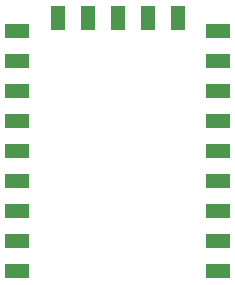
<source format=gbp>
G04 Layer: BottomPasteMaskLayer*
G04 EasyEDA Pro v2.1.54, 2024-04-03 12:40:51*
G04 Gerber Generator version 0.3*
G04 Scale: 100 percent, Rotated: No, Reflected: No*
G04 Dimensions in millimeters*
G04 Leading zeros omitted, absolute positions, 3 integers and 5 decimals*
%FSLAX35Y35*%
%MOMM*%
%ADD10R,2.0X1.2*%
%ADD11R,1.2X2.0*%
G75*


G04 Pad Start*
G54D10*
G01X3449998Y-5670496D03*
G01X3449998Y-5416496D03*
G01X3449998Y-5162496D03*
G01X3449998Y-4908496D03*
G01X3449998Y-4654496D03*
G01X3449998Y-4400496D03*
G01X3449998Y-4146496D03*
G01X3449998Y-3892496D03*
G01X3449998Y-3638496D03*
G54D11*
G01X3107987Y-3529504D03*
G01X2853987Y-3529504D03*
G01X2599987Y-3529504D03*
G01X2345987Y-3529504D03*
G01X2091987Y-3529504D03*
G54D10*
G01X1750002Y-3638496D03*
G01X1750002Y-3892496D03*
G01X1750002Y-4146496D03*
G01X1750002Y-4400496D03*
G01X1750002Y-4654496D03*
G01X1750002Y-4908496D03*
G01X1750002Y-5162496D03*
G01X1750002Y-5416496D03*
G01X1750002Y-5670496D03*
G04 Pad End*

M02*

</source>
